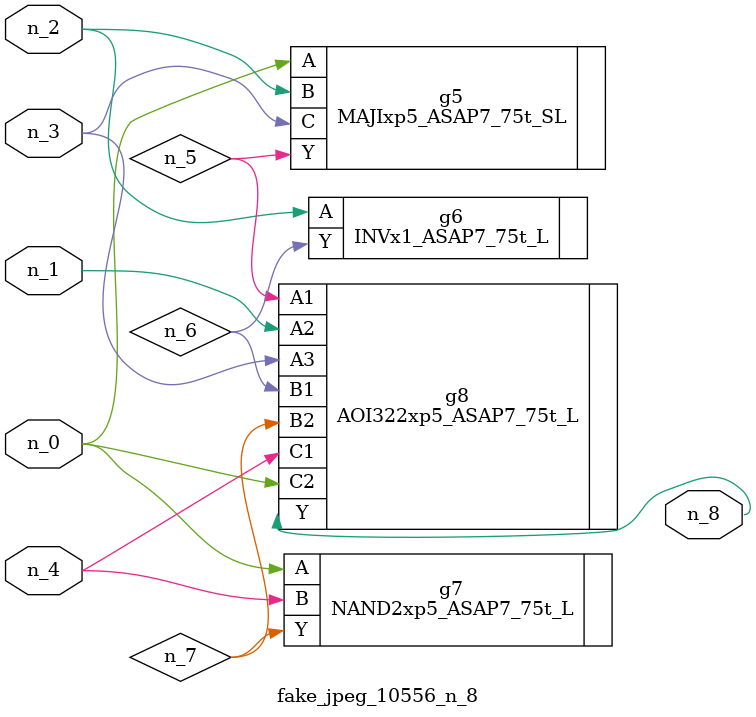
<source format=v>
module fake_jpeg_10556_n_8 (n_3, n_2, n_1, n_0, n_4, n_8);

input n_3;
input n_2;
input n_1;
input n_0;
input n_4;

output n_8;

wire n_6;
wire n_5;
wire n_7;

MAJIxp5_ASAP7_75t_SL g5 ( 
.A(n_0),
.B(n_2),
.C(n_3),
.Y(n_5)
);

INVx1_ASAP7_75t_L g6 ( 
.A(n_2),
.Y(n_6)
);

NAND2xp5_ASAP7_75t_L g7 ( 
.A(n_0),
.B(n_4),
.Y(n_7)
);

AOI322xp5_ASAP7_75t_L g8 ( 
.A1(n_5),
.A2(n_1),
.A3(n_3),
.B1(n_6),
.B2(n_7),
.C1(n_4),
.C2(n_0),
.Y(n_8)
);


endmodule
</source>
